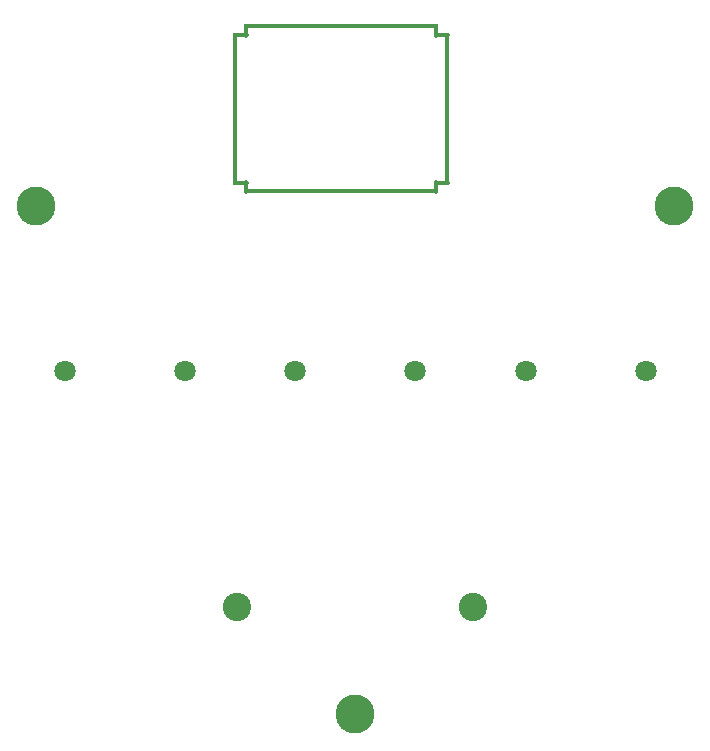
<source format=gbr>
%TF.GenerationSoftware,KiCad,Pcbnew,(7.0.0-0)*%
%TF.CreationDate,2023-03-07T20:42:41-06:00*%
%TF.ProjectId,RP2040_minimal,52503230-3430-45f6-9d69-6e696d616c2e,REV1*%
%TF.SameCoordinates,Original*%
%TF.FileFunction,Soldermask,Bot*%
%TF.FilePolarity,Negative*%
%FSLAX46Y46*%
G04 Gerber Fmt 4.6, Leading zero omitted, Abs format (unit mm)*
G04 Created by KiCad (PCBNEW (7.0.0-0)) date 2023-03-07 20:42:41*
%MOMM*%
%LPD*%
G01*
G04 APERTURE LIST*
%ADD10O,0.402000X12.902000*%
%ADD11O,1.352000X0.402000*%
%ADD12O,0.402000X1.152000*%
%ADD13O,16.483250X0.402000*%
%ADD14C,2.402000*%
%ADD15C,1.802000*%
%ADD16C,3.302000*%
G04 APERTURE END LIST*
D10*
%TO.C,REF\u002A\u002A*%
X-10180624Y22209999D03*
D11*
X-9705624Y28459999D03*
X-9705624Y15959999D03*
D12*
X-9230624Y28834999D03*
X-9230624Y15584999D03*
D13*
X-1189999Y29209999D03*
X-1189999Y15209999D03*
D12*
X6850624Y28834999D03*
X6850624Y15584999D03*
D11*
X7325624Y28459999D03*
X7325624Y15959999D03*
D10*
X7800624Y22209999D03*
%TD*%
D14*
%TO.C,REF\u002A\u002A*%
X10000000Y-20000000D03*
%TD*%
%TO.C,REF\u002A\u002A*%
X-10000000Y-20000000D03*
%TD*%
D15*
%TO.C,REF\u002A\u002A*%
X5080000Y0D03*
X-5080000Y0D03*
%TD*%
%TO.C,REF\u002A\u002A*%
X24580000Y0D03*
X14420000Y0D03*
%TD*%
%TO.C,REF\u002A\u002A*%
X-24580000Y0D03*
X-14420000Y0D03*
%TD*%
D16*
%TO.C,H3*%
X0Y-29000000D03*
%TD*%
%TO.C,H2*%
X-27000000Y14000000D03*
%TD*%
%TO.C,H1*%
X27000000Y14000000D03*
%TD*%
G36*
X7601039Y28260414D02*
G01*
X7601625Y28259000D01*
X7601625Y16161000D01*
X7601039Y16159586D01*
X7599625Y16159000D01*
X7554626Y16159000D01*
X7553039Y16159782D01*
X7552694Y16161518D01*
X7553861Y16162848D01*
X7584914Y16175711D01*
X7597625Y16206397D01*
X7597625Y28213603D01*
X7584914Y28244290D01*
X7553861Y28257152D01*
X7552694Y28258482D01*
X7553039Y28260218D01*
X7554626Y28261000D01*
X7599625Y28261000D01*
X7601039Y28260414D01*
G37*
M02*

</source>
